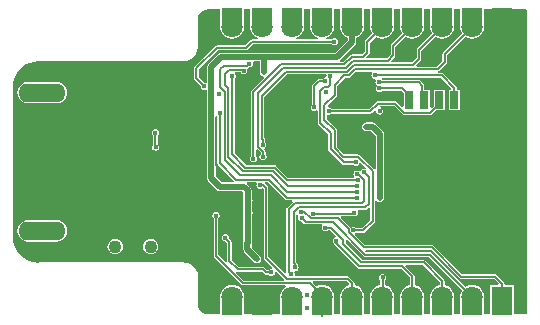
<source format=gbl>
G04*
G04 #@! TF.GenerationSoftware,Altium Limited,Altium Designer,18.0.12 (696)*
G04*
G04 Layer_Physical_Order=2*
G04 Layer_Color=16711680*
%FSLAX25Y25*%
%MOIN*%
G70*
G01*
G75*
%ADD20C,0.00787*%
%ADD87C,0.01968*%
%ADD91C,0.01575*%
%ADD92C,0.04331*%
%ADD93O,0.15748X0.06299*%
%ADD94C,0.04724*%
%ADD95R,0.07087X0.07087*%
%ADD96C,0.07087*%
%ADD97R,0.03150X0.05906*%
G36*
X171369Y102189D02*
Y102189D01*
X171562Y102194D01*
X172061Y101782D01*
Y1050D01*
X171562Y637D01*
X171377Y642D01*
Y642D01*
X171371Y639D01*
X167637D01*
Y2483D01*
Y10357D01*
X164503D01*
Y10800D01*
X164442Y11107D01*
X164268Y11368D01*
X161968Y13668D01*
X161707Y13842D01*
X161400Y13903D01*
X150433D01*
X140868Y23468D01*
X140607Y23642D01*
X140300Y23703D01*
X117845D01*
X114580Y26967D01*
X114715Y27540D01*
X114945Y27694D01*
X114978Y27743D01*
X117401D01*
X117708Y27804D01*
X117968Y27978D01*
X121068Y31077D01*
X121068Y31077D01*
X121242Y31338D01*
X121303Y31645D01*
Y38430D01*
X121803Y38581D01*
X121906Y38426D01*
X122362Y38122D01*
X122900Y38015D01*
X123438Y38122D01*
X123893Y38426D01*
X124198Y38882D01*
X124305Y39420D01*
Y60700D01*
X124198Y61238D01*
X123893Y61693D01*
X121493Y64093D01*
X121038Y64398D01*
X120500Y64505D01*
X118400D01*
X117862Y64398D01*
X117406Y64093D01*
X117102Y63638D01*
X116995Y63100D01*
X117102Y62562D01*
X117406Y62107D01*
X117862Y61802D01*
X118400Y61695D01*
X119918D01*
X121495Y60118D01*
Y49149D01*
X121284Y49020D01*
X120995Y48961D01*
X116354Y53602D01*
X116094Y53776D01*
X115787Y53837D01*
X111045D01*
X108637Y56245D01*
Y62066D01*
X108576Y62373D01*
X108402Y62634D01*
X108402Y62634D01*
X105228Y65807D01*
Y66840D01*
X105728Y67150D01*
X106000Y67096D01*
X106461Y67187D01*
X106851Y67449D01*
X106884Y67497D01*
X119700D01*
X120007Y67558D01*
X120268Y67732D01*
X121273Y68738D01*
X121734Y68491D01*
X121696Y68300D01*
X121787Y67839D01*
X122048Y67449D01*
X122439Y67187D01*
X122900Y67096D01*
X123361Y67187D01*
X123751Y67449D01*
X124013Y67839D01*
X124104Y68300D01*
X124013Y68761D01*
X123751Y69152D01*
X123361Y69413D01*
X123239Y69437D01*
X122989Y69993D01*
X122992Y69997D01*
X127768D01*
X130532Y67232D01*
X130793Y67058D01*
X131100Y66997D01*
X139800D01*
X140107Y67058D01*
X140368Y67232D01*
X141889Y68753D01*
X144769D01*
Y75446D01*
X140831D01*
Y69967D01*
X140230Y69366D01*
X139769Y69557D01*
Y75446D01*
X137786D01*
Y76816D01*
X137786Y76816D01*
X137725Y77124D01*
X137551Y77384D01*
X136468Y78468D01*
X136207Y78642D01*
X135900Y78703D01*
X123672D01*
X123503Y78897D01*
X123732Y79397D01*
X143268D01*
X146718Y75946D01*
X146511Y75446D01*
X145832D01*
Y68753D01*
X149768D01*
Y75446D01*
X148603D01*
Y76000D01*
X148603Y76000D01*
X148542Y76307D01*
X148368Y76568D01*
X148368Y76568D01*
X144168Y80768D01*
X143907Y80942D01*
X143600Y81003D01*
X142435D01*
X142385Y81503D01*
X142593Y81544D01*
X142854Y81718D01*
X145134Y83999D01*
X145308Y84259D01*
X145369Y84566D01*
X145369Y84566D01*
Y86953D01*
X151534Y93119D01*
X151715Y92981D01*
X152672Y92584D01*
X153700Y92449D01*
X154728Y92584D01*
X155685Y92981D01*
X156508Y93612D01*
X157139Y94434D01*
X157536Y95392D01*
X157539Y95417D01*
X157637D01*
Y96162D01*
X157671Y96420D01*
X157637Y96678D01*
Y102202D01*
X171339D01*
X171369Y102189D01*
D02*
G37*
G36*
X149763Y96678D02*
X149729Y96420D01*
X149763Y96162D01*
Y95417D01*
X149861D01*
X149864Y95392D01*
X150261Y94434D01*
X150399Y94254D01*
X143999Y87854D01*
X143824Y87593D01*
X143763Y87286D01*
Y84899D01*
X141953Y83089D01*
X135231D01*
X135024Y83589D01*
X136568Y85132D01*
X136568Y85132D01*
X136742Y85393D01*
X136803Y85700D01*
Y88387D01*
X141534Y93119D01*
X141715Y92981D01*
X142672Y92584D01*
X143700Y92449D01*
X144728Y92584D01*
X145686Y92981D01*
X146508Y93612D01*
X147139Y94434D01*
X147536Y95392D01*
X147539Y95417D01*
X147637D01*
Y96162D01*
X147671Y96420D01*
X147637Y96678D01*
Y102202D01*
X149763D01*
Y96678D01*
D02*
G37*
G36*
X139763D02*
X139729Y96420D01*
X139763Y96162D01*
Y95417D01*
X139861D01*
X139864Y95392D01*
X140261Y94434D01*
X140399Y94254D01*
X135432Y89287D01*
X135258Y89027D01*
X135197Y88720D01*
Y86032D01*
X133687Y84523D01*
X126765D01*
X126558Y85023D01*
X127893Y86357D01*
X128067Y86618D01*
X128128Y86925D01*
Y89712D01*
X131535Y93119D01*
X131714Y92981D01*
X132672Y92584D01*
X133700Y92449D01*
X134728Y92584D01*
X135686Y92981D01*
X136508Y93612D01*
X137139Y94434D01*
X137536Y95392D01*
X137539Y95417D01*
X137637D01*
Y96162D01*
X137671Y96420D01*
X137637Y96678D01*
Y102202D01*
X139763D01*
Y96678D01*
D02*
G37*
G36*
X129763D02*
X129729Y96420D01*
X129763Y96162D01*
Y95417D01*
X129861D01*
X129864Y95392D01*
X130261Y94434D01*
X130399Y94254D01*
X126758Y90613D01*
X126584Y90352D01*
X126522Y90045D01*
Y87258D01*
X125187Y85923D01*
X118611D01*
X118420Y86384D01*
X119268Y87232D01*
X119268Y87232D01*
X119442Y87493D01*
X119503Y87800D01*
X119503Y87800D01*
Y91087D01*
X121535Y93119D01*
X121714Y92981D01*
X122672Y92584D01*
X123700Y92449D01*
X124728Y92584D01*
X125686Y92981D01*
X126508Y93612D01*
X127139Y94434D01*
X127536Y95392D01*
X127539Y95417D01*
X127637D01*
Y96162D01*
X127671Y96420D01*
X127637Y96678D01*
Y102202D01*
X129763D01*
Y96678D01*
D02*
G37*
G36*
X79763D02*
X79729Y96420D01*
X79763Y96162D01*
Y95417D01*
X79861D01*
X79864Y95392D01*
X80261Y94434D01*
X80892Y93612D01*
X81714Y92981D01*
X82385Y92703D01*
X82286Y92203D01*
X80200D01*
X80200Y92203D01*
X79893Y92142D01*
X79632Y91968D01*
X79632Y91968D01*
X77867Y90203D01*
X68500D01*
X68193Y90142D01*
X67932Y89968D01*
X67932Y89968D01*
X61132Y83168D01*
X60958Y82907D01*
X60897Y82600D01*
Y79400D01*
X60958Y79093D01*
X61132Y78832D01*
X63224Y76741D01*
X63196Y76600D01*
X63287Y76139D01*
X63548Y75748D01*
X63939Y75487D01*
X64400Y75396D01*
X64861Y75487D01*
X64869Y75493D01*
X65368Y75225D01*
X65295Y53947D01*
X65297Y53935D01*
X65295Y53924D01*
X65395Y45882D01*
X65450Y45623D01*
X65502Y45362D01*
X65507Y45355D01*
X65509Y45346D01*
X65659Y45128D01*
X65807Y44906D01*
X68587Y42126D01*
X69043Y41822D01*
X69580Y41715D01*
X77048D01*
X77413Y41350D01*
Y24391D01*
X77395Y24300D01*
Y22200D01*
X77502Y21662D01*
X77807Y21206D01*
X81007Y18007D01*
X81462Y17702D01*
X82000Y17595D01*
X82538Y17702D01*
X82993Y18007D01*
X83298Y18462D01*
X83405Y19000D01*
X83298Y19538D01*
X82993Y19994D01*
X80205Y22782D01*
Y24282D01*
X80223Y24373D01*
Y33681D01*
X80403Y33951D01*
X80495Y34412D01*
X80403Y34873D01*
X80223Y35142D01*
Y37855D01*
X80403Y38124D01*
X80495Y38585D01*
X80403Y39046D01*
X80223Y39315D01*
Y41932D01*
X80116Y42469D01*
X79812Y42925D01*
X78623Y44113D01*
X78535Y44172D01*
X78687Y44672D01*
X81656D01*
X81924Y44172D01*
X81839Y44046D01*
X81748Y43585D01*
X81839Y43124D01*
X82100Y42734D01*
X82491Y42472D01*
X82952Y42381D01*
X83413Y42472D01*
X83784Y42720D01*
X84196Y42308D01*
Y19501D01*
X84258Y19194D01*
X84431Y18933D01*
X87113Y16252D01*
X86866Y15791D01*
X86800Y15804D01*
X86339Y15713D01*
X85948Y15451D01*
X85916Y15403D01*
X85432D01*
X84668Y16168D01*
X84407Y16342D01*
X84100Y16403D01*
X75933D01*
X73503Y18833D01*
Y24700D01*
X73503Y24700D01*
X73442Y25007D01*
X73268Y25268D01*
X73268Y25268D01*
X72576Y25959D01*
X72604Y26100D01*
X72513Y26561D01*
X72251Y26952D01*
X71861Y27213D01*
X71400Y27304D01*
X70939Y27213D01*
X70548Y26952D01*
X70287Y26561D01*
X70196Y26100D01*
X70287Y25639D01*
X70548Y25249D01*
X70939Y24987D01*
X71361Y24904D01*
X71897Y24367D01*
Y18500D01*
X71936Y18307D01*
X71526Y18013D01*
X71523Y18012D01*
X69103Y20433D01*
Y32516D01*
X69152Y32548D01*
X69413Y32939D01*
X69504Y33400D01*
X69413Y33861D01*
X69152Y34251D01*
X68761Y34513D01*
X68300Y34604D01*
X67839Y34513D01*
X67449Y34251D01*
X67187Y33861D01*
X67096Y33400D01*
X67187Y32939D01*
X67449Y32548D01*
X67497Y32516D01*
Y20100D01*
X67558Y19793D01*
X67732Y19532D01*
X76832Y10432D01*
X76832Y10432D01*
X77093Y10258D01*
X77400Y10197D01*
X91334D01*
X91504Y9697D01*
X90892Y9228D01*
X90261Y8405D01*
X89870Y7462D01*
X89763D01*
Y6678D01*
X89729Y6420D01*
X89763Y6162D01*
Y639D01*
X77637D01*
Y6162D01*
X77671Y6420D01*
X77637Y6678D01*
Y7462D01*
X77530D01*
X77139Y8405D01*
X76508Y9228D01*
X75686Y9859D01*
X74728Y10255D01*
X73700Y10391D01*
X72672Y10255D01*
X71715Y9859D01*
X70892Y9228D01*
X70261Y8405D01*
X69870Y7462D01*
X69763D01*
Y6678D01*
X69729Y6420D01*
X69763Y6162D01*
Y639D01*
X65708D01*
X65585Y588D01*
X64827Y688D01*
X64006Y1028D01*
X63301Y1569D01*
X62760Y2274D01*
X62419Y3095D01*
X62315Y3887D01*
X62352Y3977D01*
Y13106D01*
X62371Y13152D01*
X62362D01*
X62204Y14355D01*
X61739Y15475D01*
X61001Y16437D01*
X60039Y17176D01*
X58918Y17640D01*
X57886Y17776D01*
X57716Y17846D01*
X9232D01*
X9084Y17785D01*
X7579Y17933D01*
X5951Y18427D01*
X4451Y19229D01*
X3137Y20308D01*
X2058Y21622D01*
X1256Y23122D01*
X762Y24750D01*
X604Y26357D01*
X638Y26440D01*
Y76289D01*
X606Y76368D01*
X765Y77982D01*
X1258Y79609D01*
X2060Y81109D01*
X3139Y82424D01*
X4454Y83503D01*
X5954Y84305D01*
X7581Y84798D01*
X8777Y84916D01*
X9274Y84925D01*
Y84925D01*
X9363Y84962D01*
X15235D01*
X15312Y84993D01*
X57597D01*
X57597Y84993D01*
Y84993D01*
X57628Y85006D01*
X58800Y85160D01*
X59921Y85624D01*
X60883Y86363D01*
X61621Y87325D01*
X62085Y88446D01*
X62239Y89615D01*
X62253Y89648D01*
X62252Y89650D01*
Y99033D01*
X62341Y99703D01*
X62681Y100524D01*
X63222Y101229D01*
X63927Y101770D01*
X64748Y102110D01*
X65144Y102162D01*
X65629Y102198D01*
Y102198D01*
X65637Y102202D01*
X69763D01*
Y96678D01*
X69729Y96420D01*
X69763Y96162D01*
Y95417D01*
X69861D01*
X69864Y95392D01*
X70261Y94434D01*
X70892Y93612D01*
X71715Y92981D01*
X72672Y92584D01*
X73700Y92449D01*
X74728Y92584D01*
X75686Y92981D01*
X76508Y93612D01*
X77139Y94434D01*
X77536Y95392D01*
X77539Y95417D01*
X77637D01*
Y96162D01*
X77671Y96420D01*
X77637Y96678D01*
Y102202D01*
X79763D01*
Y96678D01*
D02*
G37*
G36*
X99763D02*
X99729Y96420D01*
X99763Y96162D01*
Y95417D01*
X99861D01*
X99864Y95392D01*
X100261Y94434D01*
X100892Y93612D01*
X101715Y92981D01*
X102385Y92703D01*
X102286Y92203D01*
X95114D01*
X95015Y92703D01*
X95685Y92981D01*
X96508Y93612D01*
X97139Y94434D01*
X97536Y95392D01*
X97539Y95417D01*
X97637D01*
Y96162D01*
X97671Y96420D01*
X97637Y96678D01*
Y102202D01*
X99763D01*
Y96678D01*
D02*
G37*
G36*
X109763D02*
X109729Y96420D01*
X109763Y96162D01*
Y95359D01*
X109878D01*
X110261Y94434D01*
X110892Y93612D01*
X111714Y92981D01*
X112295Y92740D01*
Y91844D01*
X108156Y87705D01*
X84300D01*
X84225Y87690D01*
X69994D01*
X69457Y87583D01*
X69001Y87278D01*
X65807Y84084D01*
X65656Y83859D01*
X65504Y83633D01*
X65503Y83630D01*
X65502Y83628D01*
X65449Y83362D01*
X65395Y83095D01*
X65377Y77969D01*
X64877Y77702D01*
X64861Y77713D01*
X64439Y77797D01*
X62503Y79733D01*
Y82267D01*
X68832Y88597D01*
X78200D01*
X78507Y88658D01*
X78768Y88832D01*
X80532Y90597D01*
X106916D01*
X106948Y90548D01*
X107339Y90287D01*
X107800Y90196D01*
X108261Y90287D01*
X108651Y90548D01*
X108913Y90939D01*
X109004Y91400D01*
X108913Y91861D01*
X108651Y92251D01*
X108261Y92513D01*
X107800Y92604D01*
X107339Y92513D01*
X106948Y92251D01*
X106916Y92203D01*
X105114D01*
X105015Y92703D01*
X105685Y92981D01*
X106508Y93612D01*
X107139Y94434D01*
X107536Y95392D01*
X107539Y95417D01*
X107637D01*
Y96162D01*
X107671Y96420D01*
X107637Y96678D01*
Y102202D01*
X109763D01*
Y96678D01*
D02*
G37*
G36*
X119763D02*
X119729Y96420D01*
X119763Y96162D01*
Y95417D01*
X119861D01*
X119864Y95392D01*
X120261Y94434D01*
X120399Y94254D01*
X118132Y91987D01*
X117958Y91727D01*
X117897Y91420D01*
Y88133D01*
X116987Y87223D01*
X113667D01*
X113667Y87223D01*
X113359Y87161D01*
X113099Y86987D01*
X110771Y84660D01*
X109663D01*
X109511Y85160D01*
X109731Y85307D01*
X114693Y90269D01*
X114998Y90725D01*
X115105Y91262D01*
Y92740D01*
X115685Y92981D01*
X116508Y93612D01*
X117139Y94434D01*
X117522Y95359D01*
X117637D01*
Y96162D01*
X117671Y96420D01*
X117637Y96678D01*
Y102202D01*
X119763D01*
Y96678D01*
D02*
G37*
G36*
X82895Y81220D02*
X83002Y80682D01*
X83307Y80226D01*
X83762Y79922D01*
X84094Y79856D01*
X84286Y79341D01*
X80180Y75235D01*
X80006Y74974D01*
X79944Y74667D01*
Y53367D01*
X79896Y53334D01*
X79635Y52944D01*
X79543Y52483D01*
X79635Y52022D01*
X79896Y51631D01*
X80286Y51370D01*
X80747Y51279D01*
X81208Y51370D01*
X81599Y51631D01*
X81860Y52022D01*
X81951Y52483D01*
X81860Y52944D01*
X81599Y53334D01*
X81550Y53367D01*
Y55445D01*
X82050Y55652D01*
X83198Y54504D01*
X83170Y54008D01*
X83163Y54004D01*
X82902Y53613D01*
X82811Y53152D01*
X82902Y52691D01*
X83163Y52301D01*
X83554Y52039D01*
X84015Y51948D01*
X84476Y52039D01*
X84866Y52301D01*
X85128Y52691D01*
X85219Y53152D01*
X85128Y53613D01*
X84866Y54004D01*
X84818Y54036D01*
Y54822D01*
X84818Y54823D01*
X84757Y55130D01*
X84583Y55390D01*
X84423Y55550D01*
X84557Y56123D01*
X84788Y56277D01*
X85049Y56668D01*
X85141Y57128D01*
X85049Y57589D01*
X84788Y57980D01*
X84739Y58012D01*
Y58743D01*
X84678Y59050D01*
X84504Y59310D01*
X84345Y59469D01*
Y73030D01*
X92007Y80692D01*
X101217D01*
X101261Y80683D01*
X104259D01*
X104302Y80692D01*
X104853D01*
X105154Y80192D01*
X105096Y79900D01*
X104700Y79504D01*
X104239Y79413D01*
X103849Y79151D01*
X103816Y79103D01*
X102800D01*
X102493Y79042D01*
X102232Y78868D01*
X102232Y78868D01*
X100532Y77168D01*
X100358Y76907D01*
X100297Y76600D01*
Y70484D01*
X100249Y70451D01*
X99987Y70061D01*
X99896Y69600D01*
X99987Y69139D01*
X100249Y68748D01*
X100639Y68487D01*
X101100Y68396D01*
X101561Y68487D01*
X101697Y68578D01*
X102197Y68311D01*
Y64500D01*
X102258Y64193D01*
X102432Y63932D01*
X105693Y60672D01*
Y55581D01*
X105754Y55274D01*
X105928Y55014D01*
X110325Y50616D01*
X110586Y50442D01*
X110893Y50381D01*
X110893Y50381D01*
X114076D01*
X114108Y50332D01*
X114499Y50071D01*
X114960Y49979D01*
X115421Y50071D01*
X115811Y50332D01*
X116072Y50723D01*
X116103Y50875D01*
X116645Y51040D01*
X118227Y49459D01*
X117962Y49016D01*
X117637Y49081D01*
X117176Y48989D01*
X116786Y48728D01*
X116586Y48429D01*
X116405Y48324D01*
X116003Y48277D01*
X115762Y48438D01*
X115302Y48529D01*
X114841Y48438D01*
X114450Y48177D01*
X114189Y47786D01*
X114097Y47325D01*
X114189Y46864D01*
X114378Y46581D01*
X114249Y46204D01*
X114157Y46081D01*
X92396D01*
X88410Y50067D01*
X88149Y50241D01*
X87842Y50302D01*
X78453D01*
X74526Y54229D01*
Y79138D01*
X74575Y79171D01*
X74836Y79561D01*
X74928Y80022D01*
X74836Y80483D01*
X74613Y80817D01*
X74678Y81066D01*
X74812Y81317D01*
X76516D01*
X76749Y80968D01*
X77139Y80707D01*
X77600Y80616D01*
X78061Y80707D01*
X78452Y80968D01*
X78713Y81359D01*
X78804Y81820D01*
X78747Y82106D01*
X78982Y82653D01*
X79242Y82827D01*
X79343Y82927D01*
X79400Y82916D01*
X79861Y83007D01*
X80251Y83268D01*
X80513Y83659D01*
X80604Y84120D01*
X80552Y84380D01*
X80868Y84880D01*
X82895D01*
Y81220D01*
D02*
G37*
G36*
X120325Y81261D02*
X120403Y80983D01*
X120187Y80661D01*
X120096Y80200D01*
X120187Y79739D01*
X120449Y79348D01*
X120839Y79087D01*
X121300Y78996D01*
X121312Y78998D01*
X121613Y78548D01*
X121487Y78361D01*
X121396Y77900D01*
X121487Y77439D01*
X121639Y77213D01*
X121848Y76752D01*
X121587Y76361D01*
X121496Y75900D01*
X121587Y75439D01*
X121848Y75049D01*
X122239Y74787D01*
X122700Y74696D01*
X123161Y74787D01*
X123551Y75049D01*
X123584Y75097D01*
X130068D01*
X130832Y74333D01*
Y69857D01*
X130370Y69666D01*
X128668Y71368D01*
X128407Y71542D01*
X128100Y71603D01*
X122200D01*
X121893Y71542D01*
X121632Y71368D01*
X121632Y71368D01*
X119368Y69103D01*
X106884D01*
X106851Y69152D01*
X106461Y69413D01*
X106000Y69504D01*
X105561Y69894D01*
X105530Y70161D01*
X108402Y73032D01*
X108402Y73032D01*
X108576Y73293D01*
X108637Y73600D01*
Y76717D01*
X111422Y79502D01*
X112563D01*
X112870Y79563D01*
X113130Y79737D01*
X114876Y81483D01*
X120194D01*
X120325Y81261D01*
D02*
G37*
G36*
X68763Y66508D02*
Y50954D01*
X68824Y50646D01*
X68998Y50386D01*
X74360Y45025D01*
X74205Y44561D01*
X74177Y44525D01*
X70162D01*
X68198Y46489D01*
X68105Y53948D01*
X68148Y66356D01*
X68648Y66598D01*
X68763Y66508D01*
D02*
G37*
G36*
X119697Y36108D02*
Y31977D01*
X117068Y29348D01*
X114978D01*
X114945Y29397D01*
X114555Y29658D01*
X114094Y29750D01*
X113633Y29658D01*
X113242Y29397D01*
X112907Y29729D01*
X109841Y32794D01*
X110048Y33294D01*
X114015D01*
X114074Y33306D01*
X114369Y33247D01*
X114830Y33339D01*
X115221Y33600D01*
X115482Y33990D01*
X115574Y34451D01*
X115482Y34912D01*
X115477Y34920D01*
X115744Y35420D01*
X118023D01*
X118330Y35481D01*
X118591Y35655D01*
X119235Y36300D01*
X119697Y36108D01*
D02*
G37*
G36*
X91518Y38805D02*
X91779Y38631D01*
X92086Y38570D01*
X93645D01*
X93728Y38454D01*
X93834Y38070D01*
X91932Y36168D01*
X91758Y35907D01*
X91697Y35600D01*
Y14800D01*
X91736Y14607D01*
X91326Y14313D01*
X91323Y14312D01*
X85802Y19833D01*
Y42640D01*
X85741Y42947D01*
X85567Y43208D01*
X84622Y44153D01*
X84593Y44172D01*
X84745Y44672D01*
X85651D01*
X91518Y38805D01*
D02*
G37*
G36*
X91062Y12303D02*
X90855Y11803D01*
X77732D01*
X75112Y14423D01*
X75113Y14426D01*
X75407Y14836D01*
X75600Y14797D01*
X75600Y14797D01*
X83767D01*
X84532Y14032D01*
X84532Y14032D01*
X84793Y13858D01*
X85100Y13797D01*
X85916D01*
X85948Y13748D01*
X86339Y13487D01*
X86800Y13396D01*
X87261Y13487D01*
X87350Y13547D01*
X87407Y13558D01*
X87668Y13732D01*
X87842Y13993D01*
X87853Y14050D01*
X87913Y14139D01*
X88004Y14600D01*
X87991Y14667D01*
X88452Y14913D01*
X91062Y12303D01*
D02*
G37*
G36*
X149532Y12532D02*
X149532Y12532D01*
X149793Y12358D01*
X150100Y12297D01*
X161067D01*
X162508Y10857D01*
X162301Y10357D01*
X159763D01*
Y2483D01*
Y639D01*
X157637D01*
Y6162D01*
X157671Y6420D01*
X157637Y6678D01*
Y7462D01*
X157530D01*
X157139Y8405D01*
X156508Y9228D01*
X155685Y9859D01*
X154728Y10255D01*
X153700Y10391D01*
X152672Y10255D01*
X151715Y9859D01*
X151579Y9755D01*
X140266Y21068D01*
X140006Y21242D01*
X139699Y21303D01*
X118456D01*
X118124Y21635D01*
X118315Y22097D01*
X139968D01*
X149532Y12532D01*
D02*
G37*
G36*
X117556Y19932D02*
X117556Y19932D01*
X117816Y19758D01*
X118124Y19697D01*
X118124Y19697D01*
X139366D01*
X150433Y8630D01*
X150261Y8405D01*
X149870Y7462D01*
X149763D01*
Y6678D01*
X149729Y6420D01*
X149763Y6162D01*
Y639D01*
X147637D01*
Y6162D01*
X147671Y6420D01*
X147637Y6678D01*
Y7462D01*
X147530D01*
X147139Y8405D01*
X146508Y9228D01*
X145686Y9859D01*
X144728Y10255D01*
X144503Y10285D01*
Y11700D01*
X144442Y12007D01*
X144268Y12268D01*
X144268Y12268D01*
X138068Y18468D01*
X137807Y18642D01*
X137500Y18703D01*
X117132D01*
X111503Y24333D01*
Y25278D01*
X111797Y25457D01*
X111993Y25495D01*
X117556Y19932D01*
D02*
G37*
G36*
X142897Y11367D02*
Y10285D01*
X142672Y10255D01*
X141715Y9859D01*
X140892Y9228D01*
X140261Y8405D01*
X139870Y7462D01*
X139763D01*
Y6678D01*
X139729Y6420D01*
X139763Y6162D01*
Y639D01*
X137637D01*
Y6162D01*
X137671Y6420D01*
X137637Y6678D01*
Y7462D01*
X137530D01*
X137139Y8405D01*
X136508Y9228D01*
X135686Y9859D01*
X134728Y10255D01*
X134503Y10285D01*
Y13200D01*
X134503Y13200D01*
X134442Y13507D01*
X134268Y13768D01*
X134268Y13768D01*
X131400Y16635D01*
X131591Y17097D01*
X137168D01*
X142897Y11367D01*
D02*
G37*
G36*
X95801Y33643D02*
X95800Y33196D01*
X95737Y33101D01*
X95645Y32640D01*
X95737Y32179D01*
X95998Y31789D01*
X96389Y31528D01*
X96850Y31436D01*
X96907Y31447D01*
X97581Y30773D01*
X97842Y30599D01*
X98149Y30538D01*
X103507D01*
X103774Y30038D01*
X103690Y29912D01*
X103598Y29451D01*
X103690Y28990D01*
X103951Y28600D01*
X104341Y28339D01*
X104802Y28247D01*
X105263Y28339D01*
X105654Y28600D01*
X105686Y28648D01*
X106316D01*
X108251Y26713D01*
X108087Y26171D01*
X108003Y26154D01*
X107612Y25893D01*
X107351Y25503D01*
X107260Y25042D01*
X107351Y24581D01*
X107612Y24190D01*
X107679Y24146D01*
X107722Y23929D01*
X107896Y23668D01*
X115532Y16032D01*
X115532Y16032D01*
X115793Y15858D01*
X116100Y15797D01*
X116100Y15797D01*
X129967D01*
X132897Y12867D01*
Y10285D01*
X132672Y10255D01*
X131714Y9859D01*
X130892Y9228D01*
X130261Y8405D01*
X129870Y7462D01*
X129763D01*
Y6678D01*
X129729Y6420D01*
X129763Y6162D01*
Y639D01*
X127637D01*
Y6162D01*
X127671Y6420D01*
X127637Y6678D01*
Y7520D01*
X127506D01*
X127139Y8405D01*
X126508Y9228D01*
X125686Y9859D01*
X124728Y10255D01*
X124703Y10259D01*
Y12016D01*
X124751Y12049D01*
X125013Y12439D01*
X125104Y12900D01*
X125013Y13361D01*
X124751Y13751D01*
X124361Y14013D01*
X123900Y14104D01*
X123439Y14013D01*
X123048Y13751D01*
X122787Y13361D01*
X122696Y12900D01*
X122787Y12439D01*
X123048Y12049D01*
X123097Y12016D01*
Y10311D01*
X122672Y10255D01*
X121714Y9859D01*
X120892Y9228D01*
X120261Y8405D01*
X119894Y7520D01*
X119763D01*
Y6678D01*
X119729Y6420D01*
X119763Y6162D01*
Y639D01*
X117637D01*
Y6162D01*
X117671Y6420D01*
X117637Y6678D01*
Y7462D01*
X117530D01*
X117139Y8405D01*
X116508Y9228D01*
X115685Y9859D01*
X114728Y10255D01*
X114503Y10285D01*
Y10900D01*
X114442Y11207D01*
X114268Y11468D01*
X112768Y12968D01*
X112507Y13142D01*
X112200Y13203D01*
X94843D01*
X94545Y13703D01*
X94604Y14000D01*
X94513Y14461D01*
X94464Y14533D01*
X94605Y14809D01*
X94750Y15006D01*
X95161Y15087D01*
X95552Y15349D01*
X95813Y15739D01*
X95904Y16200D01*
X95813Y16661D01*
X95552Y17052D01*
X95503Y17084D01*
Y17200D01*
X95503Y17200D01*
X95442Y17507D01*
X95268Y17768D01*
X95268Y17768D01*
X95103Y17932D01*
Y33742D01*
X95433Y33910D01*
X95801Y33643D01*
D02*
G37*
G36*
X112701Y10763D02*
X112690Y10563D01*
X112558Y10208D01*
X111714Y9859D01*
X110892Y9228D01*
X110261Y8405D01*
X109870Y7462D01*
X109763D01*
Y6678D01*
X109729Y6420D01*
X109763Y6162D01*
Y639D01*
X107637D01*
Y6162D01*
X107671Y6420D01*
X107637Y6678D01*
Y7462D01*
X107530D01*
X107139Y8405D01*
X106508Y9228D01*
X105685Y9859D01*
X104728Y10255D01*
X103700Y10391D01*
X102672Y10255D01*
X101759Y9877D01*
X100538Y11097D01*
X100745Y11597D01*
X111867D01*
X112701Y10763D01*
D02*
G37*
%LPC*%
G36*
X15157Y78025D02*
X5708D01*
X4783Y77903D01*
X3921Y77546D01*
X3181Y76978D01*
X2613Y76238D01*
X2256Y75376D01*
X2134Y74451D01*
X2256Y73526D01*
X2613Y72664D01*
X3181Y71924D01*
X3921Y71356D01*
X4783Y70999D01*
X5708Y70877D01*
X15157D01*
X16082Y70999D01*
X16944Y71356D01*
X17684Y71924D01*
X18252Y72664D01*
X18609Y73526D01*
X18731Y74451D01*
X18609Y75376D01*
X18252Y76238D01*
X17684Y76978D01*
X16944Y77546D01*
X16082Y77903D01*
X15157Y78025D01*
D02*
G37*
G36*
X48109Y62309D02*
X47649Y62217D01*
X47258Y61956D01*
X46997Y61566D01*
X46905Y61105D01*
X46997Y60644D01*
X47258Y60253D01*
X47307Y60221D01*
Y57079D01*
X47087Y56751D01*
X46996Y56290D01*
X47087Y55829D01*
X47348Y55438D01*
X47739Y55177D01*
X48200Y55086D01*
X48661Y55177D01*
X49051Y55438D01*
X49312Y55829D01*
X49404Y56290D01*
X49312Y56751D01*
X49051Y57141D01*
X48912Y57234D01*
Y60221D01*
X48961Y60253D01*
X49222Y60644D01*
X49314Y61105D01*
X49222Y61566D01*
X48961Y61956D01*
X48570Y62217D01*
X48109Y62309D01*
D02*
G37*
G36*
X15157Y31962D02*
X5708D01*
X4783Y31840D01*
X3921Y31483D01*
X3181Y30915D01*
X2613Y30175D01*
X2256Y29313D01*
X2134Y28388D01*
X2256Y27463D01*
X2613Y26601D01*
X3181Y25861D01*
X3921Y25293D01*
X4783Y24936D01*
X5708Y24814D01*
X15157D01*
X16082Y24936D01*
X16944Y25293D01*
X17684Y25861D01*
X18252Y26601D01*
X18609Y27463D01*
X18731Y28388D01*
X18609Y29313D01*
X18252Y30175D01*
X17684Y30915D01*
X16944Y31483D01*
X16082Y31840D01*
X15157Y31962D01*
D02*
G37*
G36*
X46535Y25733D02*
X45867Y25645D01*
X45244Y25387D01*
X44710Y24977D01*
X44299Y24443D01*
X44041Y23820D01*
X43953Y23152D01*
X44041Y22484D01*
X44299Y21861D01*
X44710Y21327D01*
X45244Y20917D01*
X45867Y20659D01*
X46535Y20571D01*
X47203Y20659D01*
X47825Y20917D01*
X48360Y21327D01*
X48770Y21861D01*
X49028Y22484D01*
X49116Y23152D01*
X49028Y23820D01*
X48770Y24443D01*
X48360Y24977D01*
X47825Y25387D01*
X47203Y25645D01*
X46535Y25733D01*
D02*
G37*
G36*
X34724D02*
X34056Y25645D01*
X33433Y25387D01*
X32899Y24977D01*
X32488Y24443D01*
X32230Y23820D01*
X32142Y23152D01*
X32230Y22484D01*
X32488Y21861D01*
X32899Y21327D01*
X33433Y20917D01*
X34056Y20659D01*
X34724Y20571D01*
X35392Y20659D01*
X36014Y20917D01*
X36549Y21327D01*
X36959Y21861D01*
X37217Y22484D01*
X37305Y23152D01*
X37217Y23820D01*
X36959Y24443D01*
X36549Y24977D01*
X36014Y25387D01*
X35392Y25645D01*
X34724Y25733D01*
D02*
G37*
%LPD*%
D20*
X101100Y76600D02*
X102800Y78300D01*
X101100Y69600D02*
Y76600D01*
X102800Y78300D02*
X104700D01*
X106300Y76900D02*
Y79900D01*
X105575Y76175D02*
X106300Y76900D01*
X104248Y76175D02*
X105575D01*
X103000Y64500D02*
Y74927D01*
X104248Y76175D01*
X112519Y27893D02*
Y28981D01*
X108939Y32561D02*
X112519Y28981D01*
X101281Y32561D02*
X108939D01*
X137500Y17900D02*
X143700Y11700D01*
X116800Y17900D02*
X137500D01*
X110700Y24000D02*
X116800Y17900D01*
X116100Y16600D02*
X130300D01*
X108464Y24236D02*
X116100Y16600D01*
X108464Y24236D02*
Y25042D01*
X110700Y24000D02*
Y25400D01*
X106649Y29451D02*
X110700Y25400D01*
X104802Y29451D02*
X106649D01*
X163700Y6420D02*
Y10800D01*
X161400Y13100D02*
X163700Y10800D01*
X150100Y13100D02*
X161400D01*
X71400Y26000D02*
Y26100D01*
Y26000D02*
X72700Y24700D01*
X68300Y20100D02*
Y33400D01*
Y20100D02*
X77400Y11000D01*
X99500D02*
X103700Y6800D01*
X77400Y11000D02*
X99500D01*
X112200Y12400D02*
X113700Y10900D01*
X92100Y12400D02*
X112200D01*
X84999Y19501D02*
X92100Y12400D01*
X93300Y14000D02*
X93400D01*
X92500Y14800D02*
X93300Y14000D01*
X94300Y17600D02*
X94700Y17200D01*
X94300Y17600D02*
Y34522D01*
X94700Y16200D02*
Y17200D01*
X86800Y14600D02*
X87100Y14300D01*
X85100Y14600D02*
X86800D01*
X84100Y15600D02*
X85100Y14600D01*
X75600Y15600D02*
X84100D01*
X72700Y18500D02*
X75600Y15600D01*
X103700Y6420D02*
Y6800D01*
Y-19D02*
Y6420D01*
X72700Y18500D02*
Y24700D01*
X92500Y14800D02*
Y35600D01*
X94300Y34522D02*
X96000Y36223D01*
X94500Y37600D02*
X116967D01*
X92500Y35600D02*
X94500Y37600D01*
X84999Y19501D02*
Y42640D01*
X96000Y36223D02*
X118023D01*
X119200Y37400D01*
X116967Y37600D02*
X117676Y38309D01*
X119200Y37400D02*
Y46313D01*
X117637Y47876D02*
X119200Y46313D01*
X115787Y53034D02*
X120500Y48320D01*
Y31645D02*
Y48320D01*
X117401Y28546D02*
X120500Y31645D01*
X113700Y6420D02*
Y10900D01*
X64400Y76600D02*
Y76700D01*
X61700Y79400D02*
X64400Y76700D01*
X61700Y79400D02*
Y82600D01*
X68500Y89400D01*
X78200D01*
X80200Y91400D01*
X107800D01*
X163700Y984D02*
Y6420D01*
X140300Y22900D02*
X150100Y13100D01*
X117512Y22900D02*
X140300D01*
X112519Y27893D02*
X117512Y22900D01*
X118124Y20500D02*
X139699D01*
X107283Y31341D02*
X118124Y20500D01*
X143700Y6420D02*
Y11700D01*
X130300Y16600D02*
X133700Y13200D01*
Y6420D02*
Y13200D01*
X123900Y6620D02*
Y12900D01*
X123700Y6420D02*
X123900Y6620D01*
X113700Y984D02*
Y6420D01*
X119700Y68300D02*
X122200Y70800D01*
X106000Y68300D02*
X119700D01*
X133700Y71420D02*
Y72600D01*
X130400Y75900D02*
X133700Y72600D01*
X122700Y75900D02*
X130400D01*
X128100Y70800D02*
X131100Y67800D01*
X122200Y70800D02*
X128100D01*
X122600Y77900D02*
X135900D01*
X143600Y80200D02*
X147800Y76000D01*
X121300Y80200D02*
X143600D01*
X136984Y72917D02*
X137800Y72100D01*
X136984Y72917D02*
Y76816D01*
X135900Y77900D02*
X136984Y76816D01*
X89937Y83857D02*
X111104D01*
X104267Y81494D02*
X107052D01*
X90656Y82676D02*
X111593D01*
X104259Y81486D02*
X104267Y81494D01*
X101261Y81486D02*
X104259D01*
X147800Y72100D02*
Y76000D01*
X139800Y67800D02*
X142800Y70800D01*
X131100Y67800D02*
X139800D01*
X142800Y70800D02*
Y72100D01*
X104425Y70191D02*
X107834Y73600D01*
X104425Y65475D02*
X107834Y62066D01*
X104425Y65475D02*
Y70191D01*
X103000Y64500D02*
X106495Y61005D01*
X107834Y73600D02*
Y77050D01*
Y55913D02*
Y62066D01*
X106495Y55581D02*
Y61005D01*
X114544Y82286D02*
X142286D01*
X112563Y80305D02*
X114544Y82286D01*
X144566Y84566D02*
Y87286D01*
X142286Y82286D02*
X144566Y84566D01*
X136000Y85700D02*
Y88720D01*
X134020Y83720D02*
X136000Y85700D01*
X127325Y86925D02*
Y90045D01*
X125520Y85120D02*
X127325Y86925D01*
X114037Y85120D02*
X125520D01*
X118700Y87800D02*
Y91420D01*
X117320Y86420D02*
X118700Y87800D01*
X113667Y86420D02*
X117320D01*
X48109Y56341D02*
Y61105D01*
X69566Y50954D02*
Y67666D01*
X69600Y67700D01*
X71220Y64350D02*
Y74800D01*
X72401Y63861D02*
Y76019D01*
X73724Y53896D02*
Y80022D01*
X69700Y76320D02*
X71220Y74800D01*
X71300Y77120D02*
X72401Y76019D01*
X71219Y64349D02*
X71220Y64350D01*
X72400Y63860D02*
X72401Y63861D01*
X110713Y53034D02*
X115787D01*
X110893Y51183D02*
X114960D01*
X83543Y59136D02*
Y73362D01*
X82361Y56476D02*
Y74381D01*
X80747Y52483D02*
Y74667D01*
X139699Y20500D02*
X153739Y6459D01*
X98149Y31341D02*
X107283D01*
X100590Y34097D02*
X114015D01*
X101242Y32522D02*
X101281Y32561D01*
X96850Y32640D02*
X98149Y31341D01*
X111089Y80305D02*
X112563D01*
X107834Y77050D02*
X111089Y80305D01*
X107061Y81486D02*
X112074D01*
X107052Y81494D02*
X107061Y81486D01*
X101252Y81494D02*
X101261Y81486D01*
X91675Y81494D02*
X101252D01*
X83543Y73362D02*
X91675Y81494D01*
X82361Y74381D02*
X90656Y82676D01*
X80747Y74667D02*
X89937Y83857D01*
X78675Y83394D02*
X79400Y84120D01*
X70919Y83394D02*
X78675D01*
X69700Y82176D02*
X70919Y83394D01*
X111593Y82676D02*
X114037Y85120D01*
X112074Y81486D02*
X114307Y83720D01*
X111104Y83857D02*
X113667Y86420D01*
X83543Y59136D02*
X83936Y58743D01*
X78121Y49499D02*
X87842D01*
X73724Y53896D02*
X78121Y49499D01*
X72400Y53020D02*
Y63860D01*
X71219Y52101D02*
Y64349D01*
X72400Y53020D02*
X77150Y48270D01*
X71219Y52101D02*
X76467Y46853D01*
X69566Y50954D02*
X75045Y45475D01*
X77150Y48270D02*
X87401D01*
X76467Y46853D02*
X86574D01*
X107834Y55913D02*
X110713Y53034D01*
X106495Y55581D02*
X110893Y51183D01*
X72695Y82120D02*
X77600D01*
X71300Y80725D02*
X72695Y82120D01*
X71300Y77120D02*
Y80725D01*
X69700Y76320D02*
Y82176D01*
X75045Y45475D02*
X85984D01*
X77600Y81820D02*
Y82120D01*
X144566Y87286D02*
X153700Y96420D01*
X136000Y88720D02*
X143700Y96420D01*
X114307Y83720D02*
X134020D01*
X127325Y90045D02*
X133700Y96420D01*
X118700Y91420D02*
X123700Y96420D01*
X114094Y28546D02*
X117401D01*
X82361Y56476D02*
X84015Y54823D01*
Y53152D02*
Y54823D01*
X83936Y57128D02*
Y58743D01*
X84054Y43585D02*
X84999Y42640D01*
X82952Y43585D02*
X84054D01*
X87842Y49499D02*
X92063Y45278D01*
X115511D01*
X83700Y96420D02*
Y101857D01*
X87401Y48270D02*
X92361Y43310D01*
X115432D01*
X86574Y46853D02*
X92086Y41341D01*
X115432D01*
X85984Y45475D02*
X92086Y39373D01*
X115354D01*
X115302Y47325D02*
X115691D01*
X117676Y45340D01*
Y38309D02*
Y45340D01*
X115354Y39373D02*
X115393Y39412D01*
X114015Y34097D02*
X114369Y34451D01*
X96653Y34648D02*
X97812D01*
X99937Y32522D01*
X101242D01*
D87*
X78818Y24373D02*
Y41932D01*
X78800Y22200D02*
X82000Y19000D01*
X78800Y22200D02*
Y24300D01*
X113700Y91262D02*
Y96262D01*
X108738Y86300D02*
X113700Y91262D01*
X84300Y86300D02*
X108738D01*
X84300Y81220D02*
Y86300D01*
X69994Y86285D02*
X84300D01*
X66800Y83091D02*
X69994Y86285D01*
X118400Y63100D02*
X120500D01*
X122900Y60700D01*
Y39420D02*
Y60700D01*
X69580Y43120D02*
X77630D01*
X66800Y45900D02*
X69580Y43120D01*
X66700Y53942D02*
X66800Y45900D01*
X66700Y53942D02*
X66800Y83091D01*
X77630Y43120D02*
X78818Y41932D01*
D91*
X100800Y66700D02*
D03*
X98700Y2700D02*
D03*
X115900Y30200D02*
D03*
X118800Y34800D02*
D03*
X128900Y73000D02*
D03*
X120700Y73200D02*
D03*
X64500Y56700D02*
D03*
X32600Y49100D02*
D03*
X28600Y48700D02*
D03*
X64600Y40900D02*
D03*
X78600Y51900D02*
D03*
X76000Y43000D02*
D03*
X67500Y92600D02*
D03*
X70400Y23000D02*
D03*
X64900Y25200D02*
D03*
X97700Y27520D02*
D03*
X146700Y20400D02*
D03*
X137200Y25100D02*
D03*
X132400Y28400D02*
D03*
X133500Y33300D02*
D03*
X154800Y16620D02*
D03*
X134000Y16100D02*
D03*
X170200Y16200D02*
D03*
X151400Y20620D02*
D03*
X161800Y17500D02*
D03*
X158800Y100720D02*
D03*
X148800Y100420D02*
D03*
X138800Y100520D02*
D03*
X128800Y100620D02*
D03*
X118700Y100320D02*
D03*
X108800Y100720D02*
D03*
X98700D02*
D03*
X78700Y101020D02*
D03*
X170100Y11900D02*
D03*
X158800Y8020D02*
D03*
X148800Y7820D02*
D03*
X138800Y7520D02*
D03*
X128700Y7820D02*
D03*
X118600Y7220D02*
D03*
X108700D02*
D03*
X98700Y7120D02*
D03*
X88700Y7220D02*
D03*
X78600Y7020D02*
D03*
X68500Y7120D02*
D03*
X68400Y100520D02*
D03*
X80600Y43720D02*
D03*
X129600Y25000D02*
D03*
X118031Y14176D02*
D03*
X83700Y13400D02*
D03*
X51464Y20215D02*
D03*
X40381D02*
D03*
X30861Y20349D02*
D03*
X19909Y42380D02*
D03*
X24735Y42250D02*
D03*
X27472Y54117D02*
D03*
Y57376D02*
D03*
X23168Y60502D02*
D03*
X62600Y16700D02*
D03*
X122098Y35467D02*
D03*
X125200Y24800D02*
D03*
X12306Y33727D02*
D03*
X6755Y33660D02*
D03*
Y69254D02*
D03*
X13913Y69388D02*
D03*
X19732Y70258D02*
D03*
X18661Y32125D02*
D03*
X2405Y33928D02*
D03*
X2271Y43097D02*
D03*
X2338Y51928D02*
D03*
X2271Y59821D02*
D03*
Y67046D02*
D03*
X46562Y83707D02*
D03*
X57735Y83841D02*
D03*
X51783Y83640D02*
D03*
X44287Y59018D02*
D03*
X41900Y64400D02*
D03*
X35300Y69800D02*
D03*
X32263Y74211D02*
D03*
X39247Y74754D02*
D03*
X63771Y81762D02*
D03*
X63629Y99117D02*
D03*
X63484Y92231D02*
D03*
X81800Y89720D02*
D03*
X78830Y13514D02*
D03*
X64775Y29987D02*
D03*
X64200Y35900D02*
D03*
X61600Y49800D02*
D03*
X39389Y50518D02*
D03*
X46275Y48798D02*
D03*
X52300Y53500D02*
D03*
X61046Y18534D02*
D03*
X61800Y31520D02*
D03*
X61000Y21420D02*
D03*
X56169Y23412D02*
D03*
X39676Y31010D02*
D03*
X35948Y31156D02*
D03*
X38098Y33018D02*
D03*
X22035Y32589D02*
D03*
X34600Y64600D02*
D03*
X28500Y65600D02*
D03*
X23326Y71455D02*
D03*
X23472Y75617D02*
D03*
X17302Y79487D02*
D03*
X20460Y83361D02*
D03*
X13287Y83215D02*
D03*
X7696Y83073D02*
D03*
X2389Y78628D02*
D03*
X11853Y22550D02*
D03*
X20747Y24270D02*
D03*
X21464Y19825D02*
D03*
X15294Y20113D02*
D03*
X6976Y20254D02*
D03*
X3822Y23554D02*
D03*
X162873Y70310D02*
D03*
X156562Y70022D02*
D03*
X160149Y76187D02*
D03*
X165027Y63786D02*
D03*
X159861D02*
D03*
X153696Y63357D02*
D03*
X164594Y76908D02*
D03*
X155275Y76333D02*
D03*
X160676Y41180D02*
D03*
X155602Y38164D02*
D03*
X165338Y38711D02*
D03*
X165247Y44837D02*
D03*
X155511Y44471D02*
D03*
X138787Y27994D02*
D03*
X128400Y28000D02*
D03*
X136000Y37600D02*
D03*
X131200Y38802D02*
D03*
X135495Y42593D02*
D03*
X127000Y48100D02*
D03*
X143858Y39581D02*
D03*
X154917Y32270D02*
D03*
X151720Y30577D02*
D03*
X150550Y25014D02*
D03*
X145590Y27062D02*
D03*
X143586Y29392D02*
D03*
X126129Y41180D02*
D03*
X143200Y57600D02*
D03*
X141298Y52790D02*
D03*
X143858Y49132D02*
D03*
X143952Y35880D02*
D03*
X144086Y42550D02*
D03*
X150484Y33046D02*
D03*
X150350Y36475D02*
D03*
X150578Y43786D02*
D03*
X165976Y51739D02*
D03*
X159078Y51872D02*
D03*
X162732Y48904D02*
D03*
X150531Y47577D02*
D03*
X152405Y51601D02*
D03*
X135100Y52600D02*
D03*
X126100Y52000D02*
D03*
X132400Y52300D02*
D03*
X147330Y63483D02*
D03*
X142078Y63436D02*
D03*
X136180Y63798D02*
D03*
X119100Y59600D02*
D03*
X152200Y72000D02*
D03*
X149600Y78500D02*
D03*
X75800Y91000D02*
D03*
X135000Y60700D02*
D03*
X141500Y78100D02*
D03*
X151535Y76365D02*
D03*
X157570Y87790D02*
D03*
X149846Y84042D02*
D03*
X146968Y80203D02*
D03*
X170133Y83038D02*
D03*
X169952Y87471D02*
D03*
X170043Y100286D02*
D03*
X169814Y7317D02*
D03*
X169905Y21258D02*
D03*
X169633Y25097D02*
D03*
X169861Y30672D02*
D03*
X169771Y37160D02*
D03*
X169495Y41227D02*
D03*
Y44699D02*
D03*
Y79062D02*
D03*
X169405Y75404D02*
D03*
X169495Y71660D02*
D03*
Y67684D02*
D03*
X169586Y62979D02*
D03*
X168901Y58408D02*
D03*
X162456Y58455D02*
D03*
X156153D02*
D03*
X152861Y58317D02*
D03*
X146300Y58200D02*
D03*
X139400Y57700D02*
D03*
X128100Y58100D02*
D03*
X130100Y65900D02*
D03*
X81500Y79100D02*
D03*
X76800Y74000D02*
D03*
X98125Y74939D02*
D03*
X91672Y75077D02*
D03*
X86661Y71609D02*
D03*
X100800Y79900D02*
D03*
X118795Y95010D02*
D03*
X98850Y89463D02*
D03*
X98900Y94100D02*
D03*
X124300Y89600D02*
D03*
X128900Y87520D02*
D03*
X130948Y85821D02*
D03*
X139600Y87620D02*
D03*
X139295Y84105D02*
D03*
X148424Y88774D02*
D03*
X75700Y68300D02*
D03*
X89845Y89149D02*
D03*
X78900Y70100D02*
D03*
X50800Y61000D02*
D03*
X47700Y53500D02*
D03*
X56300Y55200D02*
D03*
X57900Y76600D02*
D03*
X71881Y45581D02*
D03*
X69594Y47782D02*
D03*
X53100Y61500D02*
D03*
X69224Y74148D02*
D03*
X128800Y34800D02*
D03*
X127298Y37884D02*
D03*
X153228Y24621D02*
D03*
X147952Y25290D02*
D03*
X141023Y25605D02*
D03*
X133500Y25000D02*
D03*
X128800Y31800D02*
D03*
X166400Y13000D02*
D03*
X151400Y15700D02*
D03*
X166200Y17220D02*
D03*
X135700Y30800D02*
D03*
X148800Y18200D02*
D03*
X159100Y15300D02*
D03*
X143900Y22900D02*
D03*
X138484Y13743D02*
D03*
X128842Y13597D02*
D03*
X63743Y13636D02*
D03*
X63440Y21329D02*
D03*
X63700Y9800D02*
D03*
X126023Y14648D02*
D03*
X109345Y16549D02*
D03*
X101745Y16449D02*
D03*
X108345Y10049D02*
D03*
X106600Y22700D02*
D03*
X107665Y47120D02*
D03*
X101472D02*
D03*
X95050Y47042D02*
D03*
X100979Y56183D02*
D03*
X96602Y55994D02*
D03*
X92106Y56372D02*
D03*
X104495Y55691D02*
D03*
X101889Y50857D02*
D03*
X97243Y51085D02*
D03*
X94484Y60073D02*
D03*
X98527D02*
D03*
X89247Y39810D02*
D03*
X109704Y60376D02*
D03*
X108609Y50857D02*
D03*
X104570Y60188D02*
D03*
X93500Y50720D02*
D03*
X89400Y54220D02*
D03*
X89539Y60148D02*
D03*
X117945Y10249D02*
D03*
X75500Y56100D02*
D03*
X89600Y72620D02*
D03*
X78600Y67820D02*
D03*
X129900Y48400D02*
D03*
X164900Y20200D02*
D03*
X161500Y20300D02*
D03*
X157600Y20200D02*
D03*
X157519Y23518D02*
D03*
X161535Y23479D02*
D03*
X164763D02*
D03*
X165196Y27652D02*
D03*
X168346D02*
D03*
X164684Y31865D02*
D03*
X161102D02*
D03*
X157361Y31786D02*
D03*
X164763Y35132D02*
D03*
X161102Y35054D02*
D03*
X157401Y35014D02*
D03*
X140235Y33046D02*
D03*
X140117Y46038D02*
D03*
X155905Y47849D02*
D03*
X168897Y48046D02*
D03*
X96692Y65435D02*
D03*
X79290Y34412D02*
D03*
Y38585D02*
D03*
X74251Y38743D02*
D03*
X74330Y34648D02*
D03*
X74409Y30514D02*
D03*
X74369Y26459D02*
D03*
X74527Y22325D02*
D03*
X114842Y57089D02*
D03*
X108700Y94200D02*
D03*
X76800Y78900D02*
D03*
X56456Y49057D02*
D03*
X36417Y41262D02*
D03*
X61377Y39569D02*
D03*
X59094D02*
D03*
X51810Y42207D02*
D03*
X34172Y40357D02*
D03*
X40511Y41184D02*
D03*
X29527Y42562D02*
D03*
X118031Y25593D02*
D03*
X135000Y57500D02*
D03*
X127000Y66800D02*
D03*
X124000Y64400D02*
D03*
X118400Y63100D02*
D03*
X104900Y74600D02*
D03*
X114400Y65800D02*
D03*
X104700Y78300D02*
D03*
X106300Y79900D02*
D03*
X71400Y26100D02*
D03*
X93400Y14000D02*
D03*
X94700Y16200D02*
D03*
X86800Y14600D02*
D03*
X68300Y33400D02*
D03*
X78800Y24300D02*
D03*
X82000Y19000D02*
D03*
X64400Y76600D02*
D03*
X107800Y91400D02*
D03*
X123900Y12900D02*
D03*
X122700Y75900D02*
D03*
X122600Y77900D02*
D03*
X121300Y80200D02*
D03*
X106000Y68300D02*
D03*
X101100Y69600D02*
D03*
X122900Y68300D02*
D03*
X48109Y61105D02*
D03*
X48200Y56290D02*
D03*
X69600Y67700D02*
D03*
X66700Y53942D02*
D03*
X114960Y51183D02*
D03*
X117637Y47876D02*
D03*
X108464Y25042D02*
D03*
X104802Y29451D02*
D03*
X80747Y52483D02*
D03*
X73724Y80022D02*
D03*
X84300Y81220D02*
D03*
X79400Y84120D02*
D03*
X77600Y81820D02*
D03*
X122900Y39420D02*
D03*
X114094Y28546D02*
D03*
X82952Y43585D02*
D03*
X115354Y39373D02*
D03*
X115432Y41341D02*
D03*
Y43310D02*
D03*
X115511Y45278D02*
D03*
X114369Y34451D02*
D03*
X100590Y34097D02*
D03*
X96653Y34648D02*
D03*
X96850Y32640D02*
D03*
X115302Y47325D02*
D03*
X83936Y57128D02*
D03*
X84015Y53152D02*
D03*
D92*
X46535Y23152D02*
D03*
X34724D02*
D03*
D93*
X10432Y74451D02*
D03*
Y28388D02*
D03*
D94*
X11023Y60278D02*
D03*
Y42562D02*
D03*
D95*
X73700Y3525D02*
D03*
X163700Y96420D02*
D03*
Y6420D02*
D03*
X83700Y3525D02*
D03*
X93700D02*
D03*
X103700D02*
D03*
X113700D02*
D03*
X123700Y3583D02*
D03*
X133700Y3525D02*
D03*
X143700D02*
D03*
X153700D02*
D03*
X163700D02*
D03*
X73700Y99354D02*
D03*
X83700D02*
D03*
X93700D02*
D03*
X103700D02*
D03*
X113700Y99296D02*
D03*
X123700Y99354D02*
D03*
X133700D02*
D03*
X143700D02*
D03*
X153700D02*
D03*
X163700D02*
D03*
D96*
X73700Y96420D02*
D03*
X83700D02*
D03*
X93700D02*
D03*
X103700D02*
D03*
X113700D02*
D03*
X133700D02*
D03*
X143700D02*
D03*
X153700D02*
D03*
X123700D02*
D03*
X73700Y6420D02*
D03*
X83700D02*
D03*
X93700D02*
D03*
X103700D02*
D03*
X113700D02*
D03*
X133700D02*
D03*
X143700D02*
D03*
X153700D02*
D03*
X123700D02*
D03*
D97*
X132800Y72100D02*
D03*
X137800D02*
D03*
X142800D02*
D03*
X147800D02*
D03*
M02*

</source>
